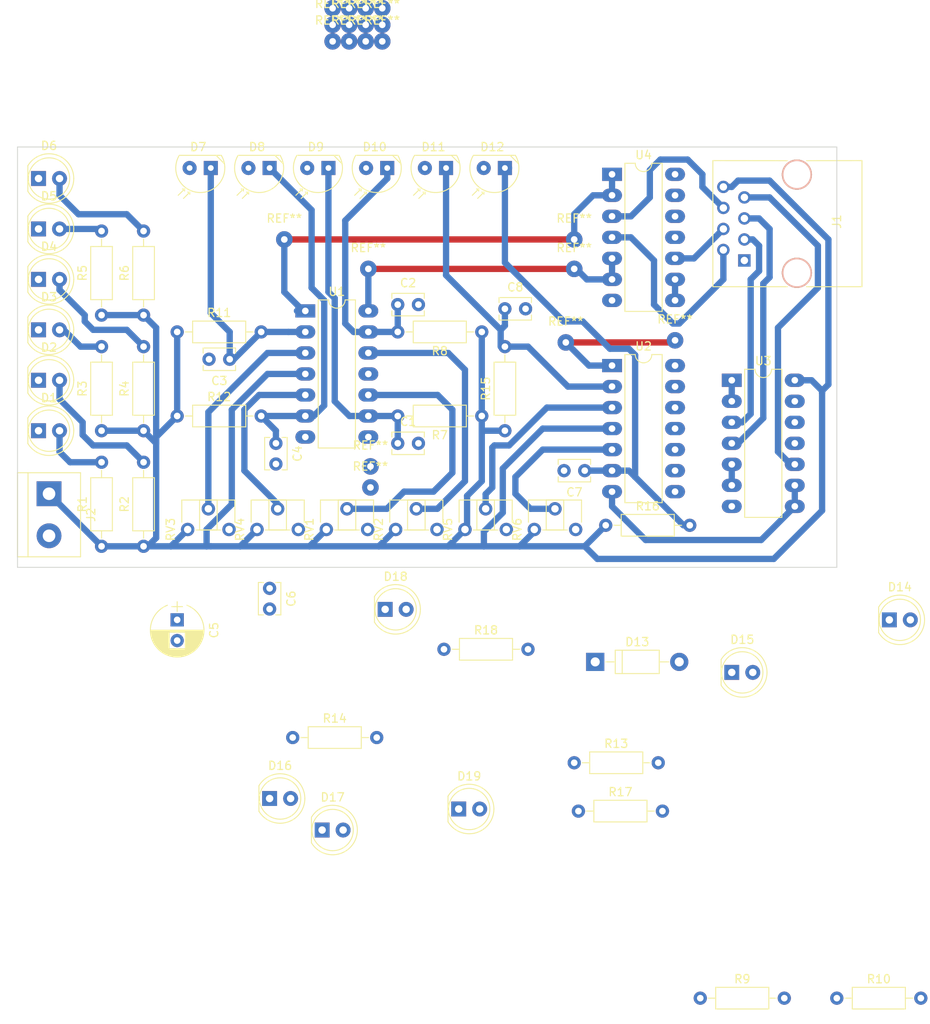
<source format=kicad_pcb>
(kicad_pcb (version 4) (host pcbnew 4.0.6)
  (layers (0 F.Cu signal) (31 B.Cu signal) (34 B.Paste user hide) (35 F.Paste user hide) (36 B.SilkS user hide) (37 F.SilkS user hide) (38 B.Mask user hide) (39 F.Mask user hide) (44 Edge.Cuts user))
  (net 0 "")
  (net 1 "Net-(C1-Pad1)")
  (net 2 GND)
  (net 3 "Net-(C2-Pad1)")
  (net 4 "Net-(C3-Pad1)")
  (net 5 "Net-(C4-Pad1)")
  (net 6 +5V)
  (net 7 "Net-(C7-Pad1)")
  (net 8 "Net-(C8-Pad1)")
  (net 9 "Net-(D1-Pad2)")
  (net 10 "Net-(D2-Pad2)")
  (net 11 "Net-(D3-Pad2)")
  (net 12 "Net-(D4-Pad2)")
  (net 13 "Net-(D5-Pad2)")
  (net 14 "Net-(D6-Pad2)")
  (net 15 OUT3)
  (net 16 OUT4)
  (net 17 OUT1)
  (net 18 OUT2)
  (net 19 OUT6)
  (net 20 OUT5)
  (net 21 "Net-(U1-Pad1)")
  (net 22 "Net-(U1-Pad8)")
  (net 23 "Net-(U1-Pad7)")
  (net 24 "Net-(U1-Pad14)")
  (net 25 "Net-(U2-Pad1)")
  (net 26 "Net-(U2-Pad7)")
  (net 27 "Net-(D14-Pad2)")
  (net 28 "Net-(D15-Pad2)")
  (net 29 "Net-(D16-Pad2)")
  (net 30 "Net-(D17-Pad2)")
  (net 31 "Net-(D18-Pad2)")
  (net 32 "Net-(D19-Pad2)")
  (net 33 "Net-(RV1-Pad2)")
  (net 34 "Net-(RV2-Pad2)")
  (net 35 "Net-(RV3-Pad2)")
  (net 36 "Net-(RV4-Pad2)")
  (net 37 "Net-(RV5-Pad2)")
  (net 38 "Net-(RV6-Pad2)")
  (net 39 "Net-(U2-Pad4)")
  (net 40 "Net-(U2-Pad11)")
  (module Wire_Pads:SolderWirePad_single_0-8mmDrill (layer F.Cu) (at 167.894 75.692)
    (fp_text reference REF** (at 0 -2.54) (layer F.SilkS))
    (fp_text value SolderWirePad_single_0-8mmDrill)
    (pad 1 thru_hole circle (at 0 0) (size 1.99898 1.99898) (drill 0.8001) (layers *.Cu *.Mask) (net 25 "Net-(U2-Pad1)"))
  )
  (module Wire_Pads:SolderWirePad_single_0-8mmDrill (layer F.Cu) (at 181.102 75.438)
    (fp_text reference REF** (at 0 -2.54) (layer F.SilkS))
    (fp_text value SolderWirePad_single_0-8mmDrill)
    (pad 1 thru_hole circle (at 0 0) (size 1.99898 1.99898) (drill 0.8001) (layers *.Cu *.Mask) (net 25 "Net-(U2-Pad1)"))
  )
  (module Wire_Pads:SolderWirePad_single_0-8mmDrill (layer F.Cu) (at 144.272 90.678)
    (fp_text reference REF** (at 0 -2.54) (layer F.SilkS))
    (fp_text value SolderWirePad_single_0-8mmDrill)
    (pad 1 thru_hole circle (at 0 0) (size 1.99898 1.99898) (drill 0.8001) (layers *.Cu *.Mask))
  )
  (module Wire_Pads:SolderWirePad_single_0-8mmDrill (layer F.Cu) (at 144.272 93.218)
    (fp_text reference REF** (at 0 -2.54) (layer F.SilkS))
    (fp_text value SolderWirePad_single_0-8mmDrill)
    (pad 1 thru_hole circle (at 0 0) (size 1.99898 1.99898) (drill 0.8001) (layers *.Cu *.Mask))
  )
  (module Wire_Pads:SolderWirePad_single_0-8mmDrill (layer F.Cu) (at 145.7 39.306)
    (fp_text reference REF** (at 0 -2.54) (layer F.SilkS))
    (fp_text value SolderWirePad_single_0-8mmDrill)
    (pad 1 thru_hole circle (at 0 0) (size 1.99898 1.99898) (drill 0.8001) (layers *.Cu *.Mask))
  )
  (module Wire_Pads:SolderWirePad_single_0-8mmDrill (layer F.Cu) (at 143.7 39.306)
    (fp_text reference REF** (at 0 -2.54) (layer F.SilkS))
    (fp_text value SolderWirePad_single_0-8mmDrill)
    (pad 1 thru_hole circle (at 0 0) (size 1.99898 1.99898) (drill 0.8001) (layers *.Cu *.Mask))
  )
  (module Wire_Pads:SolderWirePad_single_0-8mmDrill (layer F.Cu) (at 141.7 39.306)
    (fp_text reference REF** (at 0 -2.54) (layer F.SilkS))
    (fp_text value SolderWirePad_single_0-8mmDrill)
    (pad 1 thru_hole circle (at 0 0) (size 1.99898 1.99898) (drill 0.8001) (layers *.Cu *.Mask))
  )
  (module Wire_Pads:SolderWirePad_single_0-8mmDrill (layer F.Cu) (at 139.7 39.306)
    (fp_text reference REF** (at 0 -2.54) (layer F.SilkS))
    (fp_text value SolderWirePad_single_0-8mmDrill)
    (pad 1 thru_hole circle (at 0 0) (size 1.99898 1.99898) (drill 0.8001) (layers *.Cu *.Mask))
  )
  (module Wire_Pads:SolderWirePad_single_0-8mmDrill (layer F.Cu) (at 145.7 37.306)
    (fp_text reference REF** (at 0 -2.54) (layer F.SilkS))
    (fp_text value SolderWirePad_single_0-8mmDrill)
    (pad 1 thru_hole circle (at 0 0) (size 1.99898 1.99898) (drill 0.8001) (layers *.Cu *.Mask))
  )
  (module Wire_Pads:SolderWirePad_single_0-8mmDrill (layer F.Cu) (at 143.7 37.306)
    (fp_text reference REF** (at 0 -2.54) (layer F.SilkS))
    (fp_text value SolderWirePad_single_0-8mmDrill)
    (pad 1 thru_hole circle (at 0 0) (size 1.99898 1.99898) (drill 0.8001) (layers *.Cu *.Mask))
  )
  (module Wire_Pads:SolderWirePad_single_0-8mmDrill (layer F.Cu) (at 141.7 37.306)
    (fp_text reference REF** (at 0 -2.54) (layer F.SilkS))
    (fp_text value SolderWirePad_single_0-8mmDrill)
    (pad 1 thru_hole circle (at 0 0) (size 1.99898 1.99898) (drill 0.8001) (layers *.Cu *.Mask))
  )
  (module Wire_Pads:SolderWirePad_single_0-8mmDrill (layer F.Cu) (at 139.7 37.306)
    (fp_text reference REF** (at 0 -2.54) (layer F.SilkS))
    (fp_text value SolderWirePad_single_0-8mmDrill)
    (pad 1 thru_hole circle (at 0 0) (size 1.99898 1.99898) (drill 0.8001) (layers *.Cu *.Mask))
  )
  (module Wire_Pads:SolderWirePad_single_0-8mmDrill (layer F.Cu) (at 145.7 35.306)
    (fp_text reference REF** (at 0 -2.54) (layer F.SilkS))
    (fp_text value SolderWirePad_single_0-8mmDrill)
    (pad 1 thru_hole circle (at 0 0) (size 1.99898 1.99898) (drill 0.8001) (layers *.Cu *.Mask))
  )
  (module Wire_Pads:SolderWirePad_single_0-8mmDrill (layer F.Cu) (at 143.7 35.306)
    (fp_text reference REF** (at 0 -2.54) (layer F.SilkS))
    (fp_text value SolderWirePad_single_0-8mmDrill)
    (pad 1 thru_hole circle (at 0 0) (size 1.99898 1.99898) (drill 0.8001) (layers *.Cu *.Mask))
  )
  (module Wire_Pads:SolderWirePad_single_0-8mmDrill (layer F.Cu) (at 141.7 35.306)
    (fp_text reference REF** (at 0 -2.54) (layer F.SilkS))
    (fp_text value SolderWirePad_single_0-8mmDrill)
    (pad 1 thru_hole circle (at 0 0) (size 1.99898 1.99898) (drill 0.8001) (layers *.Cu *.Mask))
  )
  (module Wire_Pads:SolderWirePad_single_0-8mmDrill (layer F.Cu) (at 144.018 66.802)
    (fp_text reference REF** (at 0 -2.54) (layer F.SilkS))
    (fp_text value SolderWirePad_single_0-8mmDrill)
    (pad 1 thru_hole circle (at 0 0) (size 1.99898 1.99898) (drill 0.8001) (layers *.Cu *.Mask) (net 24 "Net-(U1-Pad14)"))
  )
  (module Wire_Pads:SolderWirePad_single_0-8mmDrill (layer F.Cu) (at 139.7 35.306)
    (fp_text reference REF** (at 0 -2.54) (layer F.SilkS))
    (fp_text value SolderWirePad_single_0-8mmDrill)
    (pad 1 thru_hole circle (at 0 0) (size 1.99898 1.99898) (drill 0.8001) (layers *.Cu *.Mask))
  )
  (module Wire_Pads:SolderWirePad_single_0-8mmDrill (layer F.Cu) (at 168.91 63.246)
    (fp_text reference REF** (at 0 -2.54) (layer F.SilkS))
    (fp_text value SolderWirePad_single_0-8mmDrill)
    (pad 1 thru_hole circle (at 0 0) (size 1.99898 1.99898) (drill 0.8001) (layers *.Cu *.Mask) (net 21 "Net-(U1-Pad1)"))
  )
  (module Wire_Pads:SolderWirePad_single_0-8mmDrill (layer F.Cu) (at 168.91 66.802)
    (fp_text reference REF** (at 0 -2.54) (layer F.SilkS))
    (fp_text value SolderWirePad_single_0-8mmDrill)
    (pad 1 thru_hole circle (at 0 0) (size 1.99898 1.99898) (drill 0.8001) (layers *.Cu *.Mask) (net 24 "Net-(U1-Pad14)"))
  )
  (module Capacitors_THT:C_Disc_D3.8mm_W2.6mm_P2.50mm (layer F.Cu) (at 147.574 87.884)
    (fp_text reference C1 (at 1.25 -2.61) (layer F.SilkS))
    (fp_text value 100nF)
    (pad 1 thru_hole circle (at 0 0) (size 1.6 1.6) (drill 0.8) (layers *.Cu *.Mask) (net 1 "Net-(C1-Pad1)"))
    (pad 2 thru_hole circle (at 2.5 0) (size 1.6 1.6) (drill 0.8) (layers *.Cu *.Mask) (net 2 GND))
  )
  (module Capacitors_THT:C_Disc_D3.8mm_W2.6mm_P2.50mm (layer F.Cu) (at 147.574 71.12)
    (fp_text reference C2 (at 1.25 -2.61) (layer F.SilkS))
    (fp_text value 100nF)
    (pad 1 thru_hole circle (at 0 0) (size 1.6 1.6) (drill 0.8) (layers *.Cu *.Mask) (net 3 "Net-(C2-Pad1)"))
    (pad 2 thru_hole circle (at 2.5 0) (size 1.6 1.6) (drill 0.8) (layers *.Cu *.Mask) (net 2 GND))
  )
  (module Capacitors_THT:C_Disc_D3.8mm_W2.6mm_P2.50mm (layer F.Cu) (at 127.254 77.724 180)
    (fp_text reference C3 (at 1.25 -2.61 180) (layer F.SilkS))
    (fp_text value 100nF)
    (pad 1 thru_hole circle (at 0 0 180) (size 1.6 1.6) (drill 0.8) (layers *.Cu *.Mask) (net 4 "Net-(C3-Pad1)"))
    (pad 2 thru_hole circle (at 2.5 0 180) (size 1.6 1.6) (drill 0.8) (layers *.Cu *.Mask) (net 2 GND))
  )
  (module Capacitors_THT:C_Disc_D3.8mm_W2.6mm_P2.50mm (layer F.Cu) (at 132.842 87.884 270)
    (fp_text reference C4 (at 1.25 -2.61 270) (layer F.SilkS))
    (fp_text value 100nF)
    (pad 1 thru_hole circle (at 0 0 270) (size 1.6 1.6) (drill 0.8) (layers *.Cu *.Mask) (net 5 "Net-(C4-Pad1)"))
    (pad 2 thru_hole circle (at 2.5 0 270) (size 1.6 1.6) (drill 0.8) (layers *.Cu *.Mask) (net 2 GND))
  )
  (module Capacitors_THT:CP_Radial_D6.3mm_P2.50mm (layer F.Cu) (at 120.904 109.22 270)
    (fp_text reference C5 (at 1.25 -4.46 270) (layer F.SilkS))
    (fp_text value 100uF)
    (pad 1 thru_hole rect (at 0 0 270) (size 1.6 1.6) (drill 0.8) (layers *.Cu *.Mask) (net 6 +5V))
    (pad 2 thru_hole circle (at 2.5 0 270) (size 1.6 1.6) (drill 0.8) (layers *.Cu *.Mask) (net 2 GND))
  )
  (module Capacitors_THT:C_Disc_D3.8mm_W2.6mm_P2.50mm (layer F.Cu) (at 132.08 105.41 270)
    (fp_text reference C6 (at 1.25 -2.61 270) (layer F.SilkS))
    (fp_text value 100nF)
    (pad 1 thru_hole circle (at 0 0 270) (size 1.6 1.6) (drill 0.8) (layers *.Cu *.Mask) (net 6 +5V))
    (pad 2 thru_hole circle (at 2.5 0 270) (size 1.6 1.6) (drill 0.8) (layers *.Cu *.Mask) (net 2 GND))
  )
  (module Capacitors_THT:C_Disc_D3.8mm_W2.6mm_P2.50mm (layer F.Cu) (at 170.18 91.186 180)
    (fp_text reference C7 (at 1.25 -2.61 180) (layer F.SilkS))
    (fp_text value 100nF)
    (pad 1 thru_hole circle (at 0 0 180) (size 1.6 1.6) (drill 0.8) (layers *.Cu *.Mask) (net 7 "Net-(C7-Pad1)"))
    (pad 2 thru_hole circle (at 2.5 0 180) (size 1.6 1.6) (drill 0.8) (layers *.Cu *.Mask) (net 2 GND))
  )
  (module Capacitors_THT:C_Disc_D3.8mm_W2.6mm_P2.50mm (layer F.Cu) (at 160.528 71.628)
    (fp_text reference C8 (at 1.25 -2.61) (layer F.SilkS))
    (fp_text value 100nF)
    (pad 1 thru_hole circle (at 0 0) (size 1.6 1.6) (drill 0.8) (layers *.Cu *.Mask) (net 8 "Net-(C8-Pad1)"))
    (pad 2 thru_hole circle (at 2.5 0) (size 1.6 1.6) (drill 0.8) (layers *.Cu *.Mask) (net 2 GND))
  )
  (module LEDs:LED_D5.0mm (layer F.Cu) (at 104.14 86.36)
    (fp_text reference D1 (at 1.27 -3.96) (layer F.SilkS))
    (fp_text value LED)
    (pad 1 thru_hole rect (at 0 0) (size 1.8 1.8) (drill 0.9) (layers *.Cu *.Mask) (net 2 GND))
    (pad 2 thru_hole circle (at 2.54 0) (size 1.8 1.8) (drill 0.9) (layers *.Cu *.Mask) (net 9 "Net-(D1-Pad2)"))
  )
  (module LEDs:LED_D5.0mm (layer F.Cu) (at 104.14 80.264)
    (fp_text reference D2 (at 1.27 -3.96) (layer F.SilkS))
    (fp_text value LED)
    (pad 1 thru_hole rect (at 0 0) (size 1.8 1.8) (drill 0.9) (layers *.Cu *.Mask) (net 2 GND))
    (pad 2 thru_hole circle (at 2.54 0) (size 1.8 1.8) (drill 0.9) (layers *.Cu *.Mask) (net 10 "Net-(D2-Pad2)"))
  )
  (module LEDs:LED_D5.0mm (layer F.Cu) (at 104.14 74.168)
    (fp_text reference D3 (at 1.27 -3.96) (layer F.SilkS))
    (fp_text value LED)
    (pad 1 thru_hole rect (at 0 0) (size 1.8 1.8) (drill 0.9) (layers *.Cu *.Mask) (net 2 GND))
    (pad 2 thru_hole circle (at 2.54 0) (size 1.8 1.8) (drill 0.9) (layers *.Cu *.Mask) (net 11 "Net-(D3-Pad2)"))
  )
  (module LEDs:LED_D5.0mm (layer F.Cu) (at 104.14 68.072)
    (fp_text reference D4 (at 1.27 -3.96) (layer F.SilkS))
    (fp_text value LED)
    (pad 1 thru_hole rect (at 0 0) (size 1.8 1.8) (drill 0.9) (layers *.Cu *.Mask) (net 2 GND))
    (pad 2 thru_hole circle (at 2.54 0) (size 1.8 1.8) (drill 0.9) (layers *.Cu *.Mask) (net 12 "Net-(D4-Pad2)"))
  )
  (module LEDs:LED_D5.0mm (layer F.Cu) (at 104.14 61.976)
    (fp_text reference D5 (at 1.27 -3.96) (layer F.SilkS))
    (fp_text value LED)
    (pad 1 thru_hole rect (at 0 0) (size 1.8 1.8) (drill 0.9) (layers *.Cu *.Mask) (net 2 GND))
    (pad 2 thru_hole circle (at 2.54 0) (size 1.8 1.8) (drill 0.9) (layers *.Cu *.Mask) (net 13 "Net-(D5-Pad2)"))
  )
  (module LEDs:LED_D5.0mm (layer F.Cu) (at 104.14 55.88)
    (fp_text reference D6 (at 1.27 -3.96) (layer F.SilkS))
    (fp_text value LED)
    (pad 1 thru_hole rect (at 0 0) (size 1.8 1.8) (drill 0.9) (layers *.Cu *.Mask) (net 2 GND))
    (pad 2 thru_hole circle (at 2.54 0) (size 1.8 1.8) (drill 0.9) (layers *.Cu *.Mask) (net 14 "Net-(D6-Pad2)"))
  )
  (module Opto-Devices:PhotoDiode_SFH205 (layer F.Cu) (at 124.968 54.61 180)
    (fp_text reference D7 (at 1.52 2.54 180) (layer F.SilkS))
    (fp_text value D_Photo)
    (pad 2 thru_hole circle (at 2.56 0) (size 1.7 1.7) (drill 0.7) (layers *.Cu *.Mask) (net 2 GND))
    (pad 1 thru_hole rect (at 0 0) (size 1.7 1.7) (drill 0.7) (layers *.Cu *.Mask) (net 4 "Net-(C3-Pad1)"))
  )
  (module Opto-Devices:PhotoDiode_SFH205 (layer F.Cu) (at 132.08 54.61 180)
    (fp_text reference D8 (at 1.52 2.54 180) (layer F.SilkS))
    (fp_text value D_Photo)
    (pad 2 thru_hole circle (at 2.56 0) (size 1.7 1.7) (drill 0.7) (layers *.Cu *.Mask) (net 2 GND))
    (pad 1 thru_hole rect (at 0 0) (size 1.7 1.7) (drill 0.7) (layers *.Cu *.Mask) (net 5 "Net-(C4-Pad1)"))
  )
  (module Opto-Devices:PhotoDiode_SFH205 (layer F.Cu) (at 139.192 54.61 180)
    (fp_text reference D9 (at 1.52 2.54 180) (layer F.SilkS))
    (fp_text value D_Photo)
    (pad 2 thru_hole circle (at 2.56 0) (size 1.7 1.7) (drill 0.7) (layers *.Cu *.Mask) (net 2 GND))
    (pad 1 thru_hole rect (at 0 0) (size 1.7 1.7) (drill 0.7) (layers *.Cu *.Mask) (net 1 "Net-(C1-Pad1)"))
  )
  (module Opto-Devices:PhotoDiode_SFH205 (layer F.Cu) (at 146.304 54.61 180)
    (fp_text reference D10 (at 1.52 2.54 180) (layer F.SilkS))
    (fp_text value D_Photo)
    (pad 2 thru_hole circle (at 2.56 0) (size 1.7 1.7) (drill 0.7) (layers *.Cu *.Mask) (net 2 GND))
    (pad 1 thru_hole rect (at 0 0) (size 1.7 1.7) (drill 0.7) (layers *.Cu *.Mask) (net 3 "Net-(C2-Pad1)"))
  )
  (module Opto-Devices:PhotoDiode_SFH205 (layer F.Cu) (at 153.416 54.61 180)
    (fp_text reference D11 (at 1.52 2.54 180) (layer F.SilkS))
    (fp_text value D_Photo)
    (pad 2 thru_hole circle (at 2.56 0) (size 1.7 1.7) (drill 0.7) (layers *.Cu *.Mask) (net 2 GND))
    (pad 1 thru_hole rect (at 0 0) (size 1.7 1.7) (drill 0.7) (layers *.Cu *.Mask) (net 8 "Net-(C8-Pad1)"))
  )
  (module Opto-Devices:PhotoDiode_SFH205 (layer F.Cu) (at 160.528 54.61 180)
    (fp_text reference D12 (at 1.52 2.54 180) (layer F.SilkS))
    (fp_text value D_Photo)
    (pad 2 thru_hole circle (at 2.56 0) (size 1.7 1.7) (drill 0.7) (layers *.Cu *.Mask) (net 2 GND))
    (pad 1 thru_hole rect (at 0 0) (size 1.7 1.7) (drill 0.7) (layers *.Cu *.Mask) (net 7 "Net-(C7-Pad1)"))
  )
  (module Diodes_THT:D_DO-41_SOD81_P10.16mm_Horizontal (layer F.Cu) (at 171.45 114.3)
    (fp_text reference D13 (at 5.08 -2.41) (layer F.SilkS))
    (fp_text value 1N4007)
    (pad 1 thru_hole rect (at 0 0) (size 2.2 2.2) (drill 1.1) (layers *.Cu *.Mask) (net 6 +5V))
    (pad 2 thru_hole oval (at 10.16 0) (size 2.2 2.2) (drill 1.1) (layers *.Cu *.Mask) (net 2 GND))
  )
  (module LEDs:LED_D5.0mm (layer F.Cu) (at 207.01 109.22)
    (fp_text reference D14 (at 1.27 -3.96) (layer F.SilkS))
    (fp_text value LED)
    (pad 1 thru_hole rect (at 0 0) (size 1.8 1.8) (drill 0.9) (layers *.Cu *.Mask) (net 2 GND))
    (pad 2 thru_hole circle (at 2.54 0) (size 1.8 1.8) (drill 0.9) (layers *.Cu *.Mask) (net 27 "Net-(D14-Pad2)"))
  )
  (module LEDs:LED_D5.0mm (layer F.Cu) (at 187.96 115.57)
    (fp_text reference D15 (at 1.27 -3.96) (layer F.SilkS))
    (fp_text value LED)
    (pad 1 thru_hole rect (at 0 0) (size 1.8 1.8) (drill 0.9) (layers *.Cu *.Mask) (net 2 GND))
    (pad 2 thru_hole circle (at 2.54 0) (size 1.8 1.8) (drill 0.9) (layers *.Cu *.Mask) (net 28 "Net-(D15-Pad2)"))
  )
  (module LEDs:LED_D5.0mm (layer F.Cu) (at 132.08 130.81)
    (fp_text reference D16 (at 1.27 -3.96) (layer F.SilkS))
    (fp_text value LED)
    (pad 1 thru_hole rect (at 0 0) (size 1.8 1.8) (drill 0.9) (layers *.Cu *.Mask) (net 2 GND))
    (pad 2 thru_hole circle (at 2.54 0) (size 1.8 1.8) (drill 0.9) (layers *.Cu *.Mask) (net 29 "Net-(D16-Pad2)"))
  )
  (module LEDs:LED_D5.0mm (layer F.Cu) (at 138.43 134.62)
    (fp_text reference D17 (at 1.27 -3.96) (layer F.SilkS))
    (fp_text value LED)
    (pad 1 thru_hole rect (at 0 0) (size 1.8 1.8) (drill 0.9) (layers *.Cu *.Mask) (net 2 GND))
    (pad 2 thru_hole circle (at 2.54 0) (size 1.8 1.8) (drill 0.9) (layers *.Cu *.Mask) (net 30 "Net-(D17-Pad2)"))
  )
  (module LEDs:LED_D5.0mm (layer F.Cu) (at 146.05 107.95)
    (fp_text reference D18 (at 1.27 -3.96) (layer F.SilkS))
    (fp_text value LED)
    (pad 1 thru_hole rect (at 0 0) (size 1.8 1.8) (drill 0.9) (layers *.Cu *.Mask) (net 2 GND))
    (pad 2 thru_hole circle (at 2.54 0) (size 1.8 1.8) (drill 0.9) (layers *.Cu *.Mask) (net 31 "Net-(D18-Pad2)"))
  )
  (module LEDs:LED_D5.0mm (layer F.Cu) (at 154.94 132.08)
    (fp_text reference D19 (at 1.27 -3.96) (layer F.SilkS))
    (fp_text value LED)
    (pad 1 thru_hole rect (at 0 0) (size 1.8 1.8) (drill 0.9) (layers *.Cu *.Mask) (net 2 GND))
    (pad 2 thru_hole circle (at 2.54 0) (size 1.8 1.8) (drill 0.9) (layers *.Cu *.Mask) (net 32 "Net-(D19-Pad2)"))
  )
  (module Connectors:RJ45_8 (layer F.Cu) (at 189.484 65.786 90)
    (fp_text reference J1 (at 4.7 11.18 90) (layer F.SilkS))
    (fp_text value RJ45)
    (pad Hole np_thru_hole circle (at 10.38 6.35 90) (size 3.65 3.65) (drill 3.25) (layers *.Cu *.SilkS *.Mask))
    (pad Hole np_thru_hole circle (at -1.49 6.35 90) (size 3.65 3.65) (drill 3.25) (layers *.Cu *.SilkS *.Mask))
    (pad 1 thru_hole rect (at 0 0 90) (size 1.5 1.5) (drill 0.9) (layers *.Cu *.Mask) (net 2 GND))
    (pad 2 thru_hole circle (at 1.27 -2.54 90) (size 1.5 1.5) (drill 0.9) (layers *.Cu *.Mask) (net 17 OUT1))
    (pad 3 thru_hole circle (at 2.54 0 90) (size 1.5 1.5) (drill 0.9) (layers *.Cu *.Mask) (net 18 OUT2))
    (pad 4 thru_hole circle (at 3.81 -2.54 90) (size 1.5 1.5) (drill 0.9) (layers *.Cu *.Mask) (net 15 OUT3))
    (pad 5 thru_hole circle (at 5.08 0 90) (size 1.5 1.5) (drill 0.9) (layers *.Cu *.Mask) (net 16 OUT4))
    (pad 6 thru_hole circle (at 6.35 -2.54 90) (size 1.5 1.5) (drill 0.9) (layers *.Cu *.Mask) (net 20 OUT5))
    (pad 7 thru_hole circle (at 7.62 0 90) (size 1.5 1.5) (drill 0.9) (layers *.Cu *.Mask) (net 19 OUT6))
    (pad 8 thru_hole circle (at 8.89 -2.54 90) (size 1.5 1.5) (drill 0.9) (layers *.Cu *.Mask) (net 6 +5V))
  )
  (module Resistors_THT:R_Axial_DIN0207_L6.3mm_D2.5mm_P10.16mm_Horizontal (layer F.Cu) (at 111.76 100.33 90)
    (fp_text reference R1 (at 5.08 -2.31 90) (layer F.SilkS))
    (fp_text value 470R)
    (pad 1 thru_hole circle (at 0 0 90) (size 1.6 1.6) (drill 0.8) (layers *.Cu *.Mask) (net 6 +5V))
    (pad 2 thru_hole oval (at 10.16 0 90) (size 1.6 1.6) (drill 0.8) (layers *.Cu *.Mask) (net 9 "Net-(D1-Pad2)"))
  )
  (module Resistors_THT:R_Axial_DIN0207_L6.3mm_D2.5mm_P10.16mm_Horizontal (layer F.Cu) (at 116.84 100.33 90)
    (fp_text reference R2 (at 5.08 -2.31 90) (layer F.SilkS))
    (fp_text value 470R)
    (pad 1 thru_hole circle (at 0 0 90) (size 1.6 1.6) (drill 0.8) (layers *.Cu *.Mask) (net 6 +5V))
    (pad 2 thru_hole oval (at 10.16 0 90) (size 1.6 1.6) (drill 0.8) (layers *.Cu *.Mask) (net 10 "Net-(D2-Pad2)"))
  )
  (module Resistors_THT:R_Axial_DIN0207_L6.3mm_D2.5mm_P10.16mm_Horizontal (layer F.Cu) (at 111.76 86.36 90)
    (fp_text reference R3 (at 5.08 -2.31 90) (layer F.SilkS))
    (fp_text value 470R)
    (pad 1 thru_hole circle (at 0 0 90) (size 1.6 1.6) (drill 0.8) (layers *.Cu *.Mask) (net 6 +5V))
    (pad 2 thru_hole oval (at 10.16 0 90) (size 1.6 1.6) (drill 0.8) (layers *.Cu *.Mask) (net 11 "Net-(D3-Pad2)"))
  )
  (module Resistors_THT:R_Axial_DIN0207_L6.3mm_D2.5mm_P10.16mm_Horizontal (layer F.Cu) (at 116.84 86.36 90)
    (fp_text reference R4 (at 5.08 -2.31 90) (layer F.SilkS))
    (fp_text value 470R)
    (pad 1 thru_hole circle (at 0 0 90) (size 1.6 1.6) (drill 0.8) (layers *.Cu *.Mask) (net 6 +5V))
    (pad 2 thru_hole oval (at 10.16 0 90) (size 1.6 1.6) (drill 0.8) (layers *.Cu *.Mask) (net 12 "Net-(D4-Pad2)"))
  )
  (module Resistors_THT:R_Axial_DIN0207_L6.3mm_D2.5mm_P10.16mm_Horizontal (layer F.Cu) (at 111.76 72.39 90)
    (fp_text reference R5 (at 5.08 -2.31 90) (layer F.SilkS))
    (fp_text value 470R)
    (pad 1 thru_hole circle (at 0 0 90) (size 1.6 1.6) (drill 0.8) (layers *.Cu *.Mask) (net 6 +5V))
    (pad 2 thru_hole oval (at 10.16 0 90) (size 1.6 1.6) (drill 0.8) (layers *.Cu *.Mask) (net 13 "Net-(D5-Pad2)"))
  )
  (module Resistors_THT:R_Axial_DIN0207_L6.3mm_D2.5mm_P10.16mm_Horizontal (layer F.Cu) (at 116.84 72.39 90)
    (fp_text reference R6 (at 5.08 -2.31 90) (layer F.SilkS))
    (fp_text value 470R)
    (pad 1 thru_hole circle (at 0 0 90) (size 1.6 1.6) (drill 0.8) (layers *.Cu *.Mask) (net 6 +5V))
    (pad 2 thru_hole oval (at 10.16 0 90) (size 1.6 1.6) (drill 0.8) (layers *.Cu *.Mask) (net 14 "Net-(D6-Pad2)"))
  )
  (module Resistors_THT:R_Axial_DIN0207_L6.3mm_D2.5mm_P10.16mm_Horizontal (layer F.Cu) (at 184.15 154.94)
    (fp_text reference R9 (at 5.08 -2.31) (layer F.SilkS))
    (fp_text value R)
    (pad 1 thru_hole circle (at 0 0) (size 1.6 1.6) (drill 0.8) (layers *.Cu *.Mask) (net 18 OUT2))
    (pad 2 thru_hole oval (at 10.16 0) (size 1.6 1.6) (drill 0.8) (layers *.Cu *.Mask) (net 27 "Net-(D14-Pad2)"))
  )
  (module Resistors_THT:R_Axial_DIN0207_L6.3mm_D2.5mm_P10.16mm_Horizontal (layer F.Cu) (at 200.66 154.94)
    (fp_text reference R10 (at 5.08 -2.31) (layer F.SilkS))
    (fp_text value R)
    (pad 1 thru_hole circle (at 0 0) (size 1.6 1.6) (drill 0.8) (layers *.Cu *.Mask) (net 17 OUT1))
    (pad 2 thru_hole oval (at 10.16 0) (size 1.6 1.6) (drill 0.8) (layers *.Cu *.Mask) (net 28 "Net-(D15-Pad2)"))
  )
  (module Potentiometers:Potentiometer_Trimmer_ACP_CA6h_Vertical (layer F.Cu) (at 138.938 98.298 90)
    (fp_text reference RV1 (at 0 -2.06 90) (layer F.SilkS))
    (fp_text value POT_TRIM)
    (pad 3 thru_hole circle (at 0 5 90) (size 1.62 1.62) (drill 0.9) (layers *.Cu *.Mask) (net 2 GND))
    (pad 2 thru_hole circle (at 2.5 2.5 90) (size 1.62 1.62) (drill 0.9) (layers *.Cu *.Mask) (net 33 "Net-(RV1-Pad2)"))
    (pad 1 thru_hole circle (at 0 0 90) (size 1.62 1.62) (drill 0.9) (layers *.Cu *.Mask) (net 6 +5V))
  )
  (module Potentiometers:Potentiometer_Trimmer_ACP_CA6h_Vertical (layer F.Cu) (at 147.32 98.298 90)
    (fp_text reference RV2 (at 0 -2.06 90) (layer F.SilkS))
    (fp_text value POT_TRIM)
    (pad 3 thru_hole circle (at 0 5 90) (size 1.62 1.62) (drill 0.9) (layers *.Cu *.Mask) (net 2 GND))
    (pad 2 thru_hole circle (at 2.5 2.5 90) (size 1.62 1.62) (drill 0.9) (layers *.Cu *.Mask) (net 34 "Net-(RV2-Pad2)"))
    (pad 1 thru_hole circle (at 0 0 90) (size 1.62 1.62) (drill 0.9) (layers *.Cu *.Mask) (net 6 +5V))
  )
  (module Potentiometers:Potentiometer_Trimmer_ACP_CA6h_Vertical (layer F.Cu) (at 122.174 98.298 90)
    (fp_text reference RV3 (at 0 -2.06 90) (layer F.SilkS))
    (fp_text value POT_TRIM)
    (pad 3 thru_hole circle (at 0 5 90) (size 1.62 1.62) (drill 0.9) (layers *.Cu *.Mask) (net 2 GND))
    (pad 2 thru_hole circle (at 2.5 2.5 90) (size 1.62 1.62) (drill 0.9) (layers *.Cu *.Mask) (net 35 "Net-(RV3-Pad2)"))
    (pad 1 thru_hole circle (at 0 0 90) (size 1.62 1.62) (drill 0.9) (layers *.Cu *.Mask) (net 6 +5V))
  )
  (module Potentiometers:Potentiometer_Trimmer_ACP_CA6h_Vertical (layer F.Cu) (at 130.556 98.298 90)
    (fp_text reference RV4 (at 0 -2.06 90) (layer F.SilkS))
    (fp_text value POT_TRIM)
    (pad 3 thru_hole circle (at 0 5 90) (size 1.62 1.62) (drill 0.9) (layers *.Cu *.Mask) (net 2 GND))
    (pad 2 thru_hole circle (at 2.5 2.5 90) (size 1.62 1.62) (drill 0.9) (layers *.Cu *.Mask) (net 36 "Net-(RV4-Pad2)"))
    (pad 1 thru_hole circle (at 0 0 90) (size 1.62 1.62) (drill 0.9) (layers *.Cu *.Mask) (net 6 +5V))
  )
  (module Potentiometers:Potentiometer_Trimmer_ACP_CA6h_Vertical (layer F.Cu) (at 155.702 98.298 90)
    (fp_text reference RV5 (at 0 -2.06 90) (layer F.SilkS))
    (fp_text value POT_TRIM)
    (pad 3 thru_hole circle (at 0 5 90) (size 1.62 1.62) (drill 0.9) (layers *.Cu *.Mask) (net 2 GND))
    (pad 2 thru_hole circle (at 2.5 2.5 90) (size 1.62 1.62) (drill 0.9) (layers *.Cu *.Mask) (net 37 "Net-(RV5-Pad2)"))
    (pad 1 thru_hole circle (at 0 0 90) (size 1.62 1.62) (drill 0.9) (layers *.Cu *.Mask) (net 6 +5V))
  )
  (module Potentiometers:Potentiometer_Trimmer_ACP_CA6h_Vertical (layer F.Cu) (at 164.084 98.298 90)
    (fp_text reference RV6 (at 0 -2.06 90) (layer F.SilkS))
    (fp_text value POT_TRIM)
    (pad 3 thru_hole circle (at 0 5 90) (size 1.62 1.62) (drill 0.9) (layers *.Cu *.Mask) (net 2 GND))
    (pad 2 thru_hole circle (at 2.5 2.5 90) (size 1.62 1.62) (drill 0.9) (layers *.Cu *.Mask) (net 38 "Net-(RV6-Pad2)"))
    (pad 1 thru_hole circle (at 0 0 90) (size 1.62 1.62) (drill 0.9) (layers *.Cu *.Mask) (net 6 +5V))
  )
  (module Housings_DIP:DIP-14_W7.62mm_LongPads (layer F.Cu) (at 136.398 71.882)
    (fp_text reference U1 (at 3.81 -2.33) (layer F.SilkS))
    (fp_text value LM324)
    (pad 1 thru_hole rect (at 0 0) (size 2.4 1.6) (drill 0.8) (layers *.Cu *.Mask) (net 21 "Net-(U1-Pad1)"))
    (pad 8 thru_hole oval (at 7.62 15.24) (size 2.4 1.6) (drill 0.8) (layers *.Cu *.Mask) (net 22 "Net-(U1-Pad8)"))
    (pad 2 thru_hole oval (at 0 2.54) (size 2.4 1.6) (drill 0.8) (layers *.Cu *.Mask) (net 4 "Net-(C3-Pad1)"))
    (pad 9 thru_hole oval (at 7.62 12.7) (size 2.4 1.6) (drill 0.8) (layers *.Cu *.Mask) (net 1 "Net-(C1-Pad1)"))
    (pad 3 thru_hole oval (at 0 5.08) (size 2.4 1.6) (drill 0.8) (layers *.Cu *.Mask) (net 35 "Net-(RV3-Pad2)"))
    (pad 10 thru_hole oval (at 7.62 10.16) (size 2.4 1.6) (drill 0.8) (layers *.Cu *.Mask) (net 33 "Net-(RV1-Pad2)"))
    (pad 4 thru_hole oval (at 0 7.62) (size 2.4 1.6) (drill 0.8) (layers *.Cu *.Mask) (net 6 +5V))
    (pad 11 thru_hole oval (at 7.62 7.62) (size 2.4 1.6) (drill 0.8) (layers *.Cu *.Mask) (net 2 GND))
    (pad 5 thru_hole oval (at 0 10.16) (size 2.4 1.6) (drill 0.8) (layers *.Cu *.Mask) (net 36 "Net-(RV4-Pad2)"))
    (pad 12 thru_hole oval (at 7.62 5.08) (size 2.4 1.6) (drill 0.8) (layers *.Cu *.Mask) (net 34 "Net-(RV2-Pad2)"))
    (pad 6 thru_hole oval (at 0 12.7) (size 2.4 1.6) (drill 0.8) (layers *.Cu *.Mask) (net 5 "Net-(C4-Pad1)"))
    (pad 13 thru_hole oval (at 7.62 2.54) (size 2.4 1.6) (drill 0.8) (layers *.Cu *.Mask) (net 3 "Net-(C2-Pad1)"))
    (pad 7 thru_hole oval (at 0 15.24) (size 2.4 1.6) (drill 0.8) (layers *.Cu *.Mask) (net 23 "Net-(U1-Pad7)"))
    (pad 14 thru_hole oval (at 7.62 0) (size 2.4 1.6) (drill 0.8) (layers *.Cu *.Mask) (net 24 "Net-(U1-Pad14)"))
  )
  (module Housings_DIP:DIP-14_W7.62mm_LongPads (layer F.Cu) (at 173.482 78.486)
    (fp_text reference U2 (at 3.81 -2.33) (layer F.SilkS))
    (fp_text value LM324)
    (pad 1 thru_hole rect (at 0 0) (size 2.4 1.6) (drill 0.8) (layers *.Cu *.Mask) (net 25 "Net-(U2-Pad1)"))
    (pad 8 thru_hole oval (at 7.62 15.24) (size 2.4 1.6) (drill 0.8) (layers *.Cu *.Mask))
    (pad 2 thru_hole oval (at 0 2.54) (size 2.4 1.6) (drill 0.8) (layers *.Cu *.Mask) (net 8 "Net-(C8-Pad1)"))
    (pad 9 thru_hole oval (at 7.62 12.7) (size 2.4 1.6) (drill 0.8) (layers *.Cu *.Mask))
    (pad 3 thru_hole oval (at 0 5.08) (size 2.4 1.6) (drill 0.8) (layers *.Cu *.Mask) (net 37 "Net-(RV5-Pad2)"))
    (pad 10 thru_hole oval (at 7.62 10.16) (size 2.4 1.6) (drill 0.8) (layers *.Cu *.Mask))
    (pad 4 thru_hole oval (at 0 7.62) (size 2.4 1.6) (drill 0.8) (layers *.Cu *.Mask) (net 39 "Net-(U2-Pad4)"))
    (pad 11 thru_hole oval (at 7.62 7.62) (size 2.4 1.6) (drill 0.8) (layers *.Cu *.Mask) (net 40 "Net-(U2-Pad11)"))
    (pad 5 thru_hole oval (at 0 10.16) (size 2.4 1.6) (drill 0.8) (layers *.Cu *.Mask) (net 38 "Net-(RV6-Pad2)"))
    (pad 12 thru_hole oval (at 7.62 5.08) (size 2.4 1.6) (drill 0.8) (layers *.Cu *.Mask))
    (pad 6 thru_hole oval (at 0 12.7) (size 2.4 1.6) (drill 0.8) (layers *.Cu *.Mask) (net 7 "Net-(C7-Pad1)"))
    (pad 13 thru_hole oval (at 7.62 2.54) (size 2.4 1.6) (drill 0.8) (layers *.Cu *.Mask))
    (pad 7 thru_hole oval (at 0 15.24) (size 2.4 1.6) (drill 0.8) (layers *.Cu *.Mask) (net 26 "Net-(U2-Pad7)"))
    (pad 14 thru_hole oval (at 7.62 0) (size 2.4 1.6) (drill 0.8) (layers *.Cu *.Mask))
  )
  (module Housings_DIP:DIP-14_W7.62mm_LongPads (layer F.Cu) (at 187.96 80.264)
    (fp_text reference U3 (at 3.81 -2.33) (layer F.SilkS))
    (fp_text value 4093)
    (pad 1 thru_hole rect (at 0 0) (size 2.4 1.6) (drill 0.8) (layers *.Cu *.Mask) (net 22 "Net-(U1-Pad8)"))
    (pad 8 thru_hole oval (at 7.62 15.24) (size 2.4 1.6) (drill 0.8) (layers *.Cu *.Mask) (net 26 "Net-(U2-Pad7)"))
    (pad 2 thru_hole oval (at 0 2.54) (size 2.4 1.6) (drill 0.8) (layers *.Cu *.Mask) (net 22 "Net-(U1-Pad8)"))
    (pad 9 thru_hole oval (at 7.62 12.7) (size 2.4 1.6) (drill 0.8) (layers *.Cu *.Mask) (net 26 "Net-(U2-Pad7)"))
    (pad 3 thru_hole oval (at 0 5.08) (size 2.4 1.6) (drill 0.8) (layers *.Cu *.Mask) (net 18 OUT2))
    (pad 10 thru_hole oval (at 7.62 10.16) (size 2.4 1.6) (drill 0.8) (layers *.Cu *.Mask) (net 19 OUT6))
    (pad 4 thru_hole oval (at 0 7.62) (size 2.4 1.6) (drill 0.8) (layers *.Cu *.Mask) (net 16 OUT4))
    (pad 11 thru_hole oval (at 7.62 7.62) (size 2.4 1.6) (drill 0.8) (layers *.Cu *.Mask))
    (pad 5 thru_hole oval (at 0 10.16) (size 2.4 1.6) (drill 0.8) (layers *.Cu *.Mask) (net 23 "Net-(U1-Pad7)"))
    (pad 12 thru_hole oval (at 7.62 5.08) (size 2.4 1.6) (drill 0.8) (layers *.Cu *.Mask))
    (pad 6 thru_hole oval (at 0 12.7) (size 2.4 1.6) (drill 0.8) (layers *.Cu *.Mask) (net 23 "Net-(U1-Pad7)"))
    (pad 13 thru_hole oval (at 7.62 2.54) (size 2.4 1.6) (drill 0.8) (layers *.Cu *.Mask))
    (pad 7 thru_hole oval (at 0 15.24) (size 2.4 1.6) (drill 0.8) (layers *.Cu *.Mask) (net 2 GND))
    (pad 14 thru_hole oval (at 7.62 0) (size 2.4 1.6) (drill 0.8) (layers *.Cu *.Mask) (net 6 +5V))
  )
  (module Housings_DIP:DIP-14_W7.62mm_LongPads (layer F.Cu) (at 173.482 55.372)
    (fp_text reference U4 (at 3.81 -2.33) (layer F.SilkS))
    (fp_text value 4093)
    (pad 1 thru_hole rect (at 0 0) (size 2.4 1.6) (drill 0.8) (layers *.Cu *.Mask) (net 21 "Net-(U1-Pad1)"))
    (pad 8 thru_hole oval (at 7.62 15.24) (size 2.4 1.6) (drill 0.8) (layers *.Cu *.Mask) (net 25 "Net-(U2-Pad1)"))
    (pad 2 thru_hole oval (at 0 2.54) (size 2.4 1.6) (drill 0.8) (layers *.Cu *.Mask) (net 21 "Net-(U1-Pad1)"))
    (pad 9 thru_hole oval (at 7.62 12.7) (size 2.4 1.6) (drill 0.8) (layers *.Cu *.Mask) (net 25 "Net-(U2-Pad1)"))
    (pad 3 thru_hole oval (at 0 5.08) (size 2.4 1.6) (drill 0.8) (layers *.Cu *.Mask) (net 20 OUT5))
    (pad 10 thru_hole oval (at 7.62 10.16) (size 2.4 1.6) (drill 0.8) (layers *.Cu *.Mask) (net 15 OUT3))
    (pad 4 thru_hole oval (at 0 7.62) (size 2.4 1.6) (drill 0.8) (layers *.Cu *.Mask) (net 17 OUT1))
    (pad 11 thru_hole oval (at 7.62 7.62) (size 2.4 1.6) (drill 0.8) (layers *.Cu *.Mask))
    (pad 5 thru_hole oval (at 0 10.16) (size 2.4 1.6) (drill 0.8) (layers *.Cu *.Mask) (net 24 "Net-(U1-Pad14)"))
    (pad 12 thru_hole oval (at 7.62 5.08) (size 2.4 1.6) (drill 0.8) (layers *.Cu *.Mask))
    (pad 6 thru_hole oval (at 0 12.7) (size 2.4 1.6) (drill 0.8) (layers *.Cu *.Mask) (net 24 "Net-(U1-Pad14)"))
    (pad 13 thru_hole oval (at 7.62 2.54) (size 2.4 1.6) (drill 0.8) (layers *.Cu *.Mask))
    (pad 7 thru_hole oval (at 0 15.24) (size 2.4 1.6) (drill 0.8) (layers *.Cu *.Mask) (net 2 GND))
    (pad 14 thru_hole oval (at 7.62 0) (size 2.4 1.6) (drill 0.8) (layers *.Cu *.Mask) (net 6 +5V))
  )
  (module Connectors_Terminal_Blocks:TerminalBlock_bornier-2_P5.08mm (layer F.Cu) (at 105.41 93.98 270)
    (fp_text reference J2 (at 2.54 -5.08 270) (layer F.SilkS))
    (fp_text value CONN_01X02)
    (pad 1 thru_hole rect (at 0 0 270) (size 3 3) (drill 1.52) (layers *.Cu *.Mask) (net 6 +5V))
    (pad 2 thru_hole circle (at 5.08 0 270) (size 3 3) (drill 1.52) (layers *.Cu *.Mask) (net 2 GND))
  )
  (module Resistors_THT:R_Axial_DIN0207_L6.3mm_D2.5mm_P10.16mm_Horizontal (layer F.Cu) (at 157.734 84.582 180)
    (fp_text reference R7 (at 5.08 -2.31 180) (layer F.SilkS))
    (fp_text value R)
    (pad 1 thru_hole circle (at 0 0 180) (size 1.6 1.6) (drill 0.8) (layers *.Cu *.Mask) (net 6 +5V))
    (pad 2 thru_hole oval (at 10.16 0 180) (size 1.6 1.6) (drill 0.8) (layers *.Cu *.Mask) (net 1 "Net-(C1-Pad1)"))
  )
  (module Resistors_THT:R_Axial_DIN0207_L6.3mm_D2.5mm_P10.16mm_Horizontal (layer F.Cu) (at 157.734 74.422 180)
    (fp_text reference R8 (at 5.08 -2.31 180) (layer F.SilkS))
    (fp_text value R)
    (pad 1 thru_hole circle (at 0 0 180) (size 1.6 1.6) (drill 0.8) (layers *.Cu *.Mask) (net 6 +5V))
    (pad 2 thru_hole oval (at 10.16 0 180) (size 1.6 1.6) (drill 0.8) (layers *.Cu *.Mask) (net 3 "Net-(C2-Pad1)"))
  )
  (module Resistors_THT:R_Axial_DIN0207_L6.3mm_D2.5mm_P10.16mm_Horizontal (layer F.Cu) (at 120.904 74.422)
    (fp_text reference R11 (at 5.08 -2.31) (layer F.SilkS))
    (fp_text value R)
    (pad 1 thru_hole circle (at 0 0) (size 1.6 1.6) (drill 0.8) (layers *.Cu *.Mask) (net 6 +5V))
    (pad 2 thru_hole oval (at 10.16 0) (size 1.6 1.6) (drill 0.8) (layers *.Cu *.Mask) (net 4 "Net-(C3-Pad1)"))
  )
  (module Resistors_THT:R_Axial_DIN0207_L6.3mm_D2.5mm_P10.16mm_Horizontal (layer F.Cu) (at 120.904 84.582)
    (fp_text reference R12 (at 5.08 -2.31) (layer F.SilkS))
    (fp_text value R)
    (pad 1 thru_hole circle (at 0 0) (size 1.6 1.6) (drill 0.8) (layers *.Cu *.Mask) (net 6 +5V))
    (pad 2 thru_hole oval (at 10.16 0) (size 1.6 1.6) (drill 0.8) (layers *.Cu *.Mask) (net 5 "Net-(C4-Pad1)"))
  )
  (module Resistors_THT:R_Axial_DIN0207_L6.3mm_D2.5mm_P10.16mm_Horizontal (layer F.Cu) (at 168.91 126.492)
    (fp_text reference R13 (at 5.08 -2.31) (layer F.SilkS))
    (fp_text value R)
    (pad 1 thru_hole circle (at 0 0) (size 1.6 1.6) (drill 0.8) (layers *.Cu *.Mask) (net 20 OUT5))
    (pad 2 thru_hole oval (at 10.16 0) (size 1.6 1.6) (drill 0.8) (layers *.Cu *.Mask) (net 29 "Net-(D16-Pad2)"))
  )
  (module Resistors_THT:R_Axial_DIN0207_L6.3mm_D2.5mm_P10.16mm_Horizontal (layer F.Cu) (at 134.874 123.444)
    (fp_text reference R14 (at 5.08 -2.31) (layer F.SilkS))
    (fp_text value R)
    (pad 1 thru_hole circle (at 0 0) (size 1.6 1.6) (drill 0.8) (layers *.Cu *.Mask) (net 16 OUT4))
    (pad 2 thru_hole oval (at 10.16 0) (size 1.6 1.6) (drill 0.8) (layers *.Cu *.Mask) (net 30 "Net-(D17-Pad2)"))
  )
  (module Resistors_THT:R_Axial_DIN0207_L6.3mm_D2.5mm_P10.16mm_Horizontal (layer F.Cu) (at 160.528 86.36 90)
    (fp_text reference R15 (at 5.08 -2.31 90) (layer F.SilkS))
    (fp_text value R)
    (pad 1 thru_hole circle (at 0 0 90) (size 1.6 1.6) (drill 0.8) (layers *.Cu *.Mask) (net 6 +5V))
    (pad 2 thru_hole oval (at 10.16 0 90) (size 1.6 1.6) (drill 0.8) (layers *.Cu *.Mask) (net 8 "Net-(C8-Pad1)"))
  )
  (module Resistors_THT:R_Axial_DIN0207_L6.3mm_D2.5mm_P10.16mm_Horizontal (layer F.Cu) (at 172.72 97.79)
    (fp_text reference R16 (at 5.08 -2.31) (layer F.SilkS))
    (fp_text value R)
    (pad 1 thru_hole circle (at 0 0) (size 1.6 1.6) (drill 0.8) (layers *.Cu *.Mask) (net 6 +5V))
    (pad 2 thru_hole oval (at 10.16 0) (size 1.6 1.6) (drill 0.8) (layers *.Cu *.Mask) (net 7 "Net-(C7-Pad1)"))
  )
  (module Resistors_THT:R_Axial_DIN0207_L6.3mm_D2.5mm_P10.16mm_Horizontal (layer F.Cu) (at 169.418 132.334)
    (fp_text reference R17 (at 5.08 -2.31) (layer F.SilkS))
    (fp_text value R)
    (pad 1 thru_hole circle (at 0 0) (size 1.6 1.6) (drill 0.8) (layers *.Cu *.Mask) (net 19 OUT6))
    (pad 2 thru_hole oval (at 10.16 0) (size 1.6 1.6) (drill 0.8) (layers *.Cu *.Mask) (net 31 "Net-(D18-Pad2)"))
  )
  (module Resistors_THT:R_Axial_DIN0207_L6.3mm_D2.5mm_P10.16mm_Horizontal (layer F.Cu) (at 153.162 112.776)
    (fp_text reference R18 (at 5.08 -2.31) (layer F.SilkS))
    (fp_text value R)
    (pad 1 thru_hole circle (at 0 0) (size 1.6 1.6) (drill 0.8) (layers *.Cu *.Mask) (net 15 OUT3))
    (pad 2 thru_hole oval (at 10.16 0) (size 1.6 1.6) (drill 0.8) (layers *.Cu *.Mask) (net 32 "Net-(D19-Pad2)"))
  )
  (module Wire_Pads:SolderWirePad_single_0-8mmDrill (layer F.Cu) (at 133.858 63.246)
    (fp_text reference REF** (at 0 -2.54) (layer F.SilkS))
    (fp_text value SolderWirePad_single_0-8mmDrill)
    (pad 1 thru_hole circle (at 0 0) (size 1.99898 1.99898) (drill 0.8001) (layers *.Cu *.Mask) (net 21 "Net-(U1-Pad1)"))
  )
  (gr_line (start 101.6 102.87) (end 101.6 52.07) (angle 90) (layer Edge.Cuts) (width 0.1))
  (gr_line (start 200.66 102.87) (end 101.6 102.87) (angle 90) (layer Edge.Cuts) (width 0.1))
  (gr_line (start 200.66 52.07) (end 200.66 102.87) (angle 90) (layer Edge.Cuts) (width 0.1))
  (gr_line (start 101.6 52.07) (end 200.66 52.07) (angle 90) (layer Edge.Cuts) (width 0.1))
  (segment (start 139.192 54.61) (end 139.192 69.596) (width 0.762) (layer B.Cu) (net 1))
  (segment (start 141.732 84.582) (end 144.018 84.582) (width 0.762) (layer B.Cu) (net 1))
  (segment (start 139.954 82.804) (end 141.732 84.582) (width 0.762) (layer B.Cu) (net 1))
  (segment (start 139.954 70.358) (end 139.954 82.804) (width 0.762) (layer B.Cu) (net 1))
  (segment (start 139.192 69.596) (end 139.954 70.358) (width 0.762) (layer B.Cu) (net 1))
  (segment (start 147.574 84.582) (end 147.574 87.884) (width 0.762) (layer B.Cu) (net 1))
  (segment (start 147.574 84.582) (end 144.018 84.582) (width 0.762) (layer B.Cu) (net 1))
  (segment (start 146.304 54.61) (end 146.304 55.88) (width 0.762) (layer B.Cu) (net 3))
  (segment (start 142.24 74.422) (end 144.018 74.422) (width 0.762) (layer B.Cu) (net 3))
  (segment (start 141.224 73.406) (end 142.24 74.422) (width 0.762) (layer B.Cu) (net 3))
  (segment (start 141.224 60.96) (end 141.224 73.406) (width 0.762) (layer B.Cu) (net 3))
  (segment (start 146.304 55.88) (end 141.224 60.96) (width 0.762) (layer B.Cu) (net 3))
  (segment (start 147.574 74.422) (end 147.574 71.12) (width 0.762) (layer B.Cu) (net 3))
  (segment (start 147.574 74.422) (end 144.018 74.422) (width 0.762) (layer B.Cu) (net 3))
  (segment (start 124.968 54.61) (end 124.968 72.136) (width 0.762) (layer B.Cu) (net 4))
  (segment (start 127.254 74.422) (end 127.254 77.724) (width 0.762) (layer B.Cu) (net 4))
  (segment (start 124.968 72.136) (end 127.254 74.422) (width 0.762) (layer B.Cu) (net 4))
  (segment (start 127.254 77.724) (end 127.762 77.724) (width 0.762) (layer B.Cu) (net 4))
  (segment (start 127.762 77.724) (end 131.064 74.422) (width 0.762) (layer B.Cu) (net 4))
  (segment (start 131.064 74.422) (end 134.366 74.422) (width 0.762) (layer B.Cu) (net 4))
  (segment (start 134.366 74.422) (end 136.398 74.422) (width 0.762) (layer B.Cu) (net 4))
  (segment (start 136.398 84.582) (end 137.414 84.582) (width 0.762) (layer B.Cu) (net 5))
  (segment (start 137.414 84.582) (end 138.684 83.312) (width 0.762) (layer B.Cu) (net 5))
  (segment (start 137.16 59.69) (end 132.08 54.61) (width 0.762) (layer B.Cu) (net 5))
  (segment (start 137.16 69.088) (end 137.16 59.69) (width 0.762) (layer B.Cu) (net 5))
  (segment (start 138.684 70.612) (end 137.16 69.088) (width 0.762) (layer B.Cu) (net 5))
  (segment (start 138.684 83.312) (end 138.684 70.612) (width 0.762) (layer B.Cu) (net 5))
  (segment (start 131.064 84.582) (end 136.398 84.582) (width 0.762) (layer B.Cu) (net 5))
  (segment (start 132.842 87.884) (end 132.842 86.36) (width 0.762) (layer B.Cu) (net 5))
  (segment (start 132.842 86.36) (end 131.064 84.582) (width 0.762) (layer B.Cu) (net 5))
  (segment (start 186.944 56.896) (end 187.96 56.896) (width 0.762) (layer B.Cu) (net 6))
  (segment (start 199.644 80.772) (end 198.882 81.534) (width 0.762) (layer B.Cu) (net 6))
  (segment (start 199.644 63.246) (end 199.644 80.772) (width 0.762) (layer B.Cu) (net 6))
  (segment (start 192.532 56.134) (end 199.644 63.246) (width 0.762) (layer B.Cu) (net 6))
  (segment (start 188.722 56.134) (end 192.532 56.134) (width 0.762) (layer B.Cu) (net 6))
  (segment (start 187.96 56.896) (end 188.722 56.134) (width 0.762) (layer B.Cu) (net 6))
  (segment (start 195.58 80.264) (end 197.612 80.264) (width 0.762) (layer B.Cu) (net 6))
  (segment (start 171.704 101.854) (end 170.18 100.33) (width 0.762) (layer B.Cu) (net 6))
  (segment (start 193.04 101.854) (end 171.704 101.854) (width 0.762) (layer B.Cu) (net 6))
  (segment (start 198.882 96.012) (end 193.04 101.854) (width 0.762) (layer B.Cu) (net 6))
  (segment (start 198.882 81.534) (end 198.882 81.788) (width 0.762) (layer B.Cu) (net 6))
  (segment (start 198.882 81.788) (end 198.882 96.012) (width 0.762) (layer B.Cu) (net 6))
  (segment (start 197.612 80.264) (end 198.882 81.534) (width 0.762) (layer B.Cu) (net 6))
  (segment (start 162.306 100.33) (end 170.18 100.33) (width 0.762) (layer B.Cu) (net 6))
  (segment (start 170.18 100.33) (end 172.72 97.79) (width 0.762) (layer B.Cu) (net 6))
  (segment (start 157.988 98.552) (end 157.988 100.33) (width 0.762) (layer B.Cu) (net 6))
  (segment (start 160.528 86.36) (end 157.988 86.36) (width 0.762) (layer B.Cu) (net 6))
  (segment (start 157.988 86.36) (end 157.734 86.614) (width 0.762) (layer B.Cu) (net 6))
  (segment (start 153.67 100.33) (end 157.988 100.33) (width 0.762) (layer B.Cu) (net 6))
  (segment (start 157.988 100.33) (end 162.306 100.33) (width 0.762) (layer B.Cu) (net 6))
  (segment (start 162.306 100.33) (end 164.338 98.298) (width 0.762) (layer B.Cu) (net 6))
  (segment (start 145.288 100.33) (end 153.67 100.33) (width 0.762) (layer B.Cu) (net 6))
  (segment (start 153.67 100.33) (end 155.956 98.044) (width 0.762) (layer B.Cu) (net 6))
  (segment (start 155.956 98.044) (end 155.956 94.234) (width 0.762) (layer B.Cu) (net 6))
  (segment (start 157.734 92.456) (end 157.734 86.614) (width 0.762) (layer B.Cu) (net 6))
  (segment (start 157.734 86.614) (end 157.734 84.582) (width 0.762) (layer B.Cu) (net 6))
  (segment (start 155.956 94.234) (end 157.734 92.456) (width 0.762) (layer B.Cu) (net 6))
  (segment (start 120.904 74.422) (end 120.904 84.582) (width 0.762) (layer B.Cu) (net 6))
  (segment (start 120.904 84.582) (end 118.364 87.122) (width 0.762) (layer B.Cu) (net 6))
  (segment (start 118.364 87.122) (end 118.364 87.884) (width 0.762) (layer B.Cu) (net 6))
  (segment (start 124.46 98.298) (end 124.46 100.33) (width 0.762) (layer B.Cu) (net 6))
  (segment (start 157.734 84.582) (end 157.734 74.422) (width 0.762) (layer B.Cu) (net 6))
  (segment (start 145.288 100.33) (end 147.32 98.298) (width 0.762) (layer B.Cu) (net 6))
  (segment (start 136.906 100.33) (end 138.938 98.298) (width 0.762) (layer B.Cu) (net 6))
  (segment (start 120.142 100.33) (end 124.46 100.33) (width 0.762) (layer B.Cu) (net 6))
  (segment (start 124.46 100.33) (end 124.968 100.33) (width 0.762) (layer B.Cu) (net 6))
  (segment (start 128.524 100.33) (end 130.556 98.298) (width 0.762) (layer B.Cu) (net 6))
  (segment (start 116.84 100.33) (end 120.142 100.33) (width 0.762) (layer B.Cu) (net 6))
  (segment (start 120.142 100.33) (end 122.174 98.298) (width 0.762) (layer B.Cu) (net 6))
  (segment (start 118.364 87.884) (end 118.364 73.914) (width 0.762) (layer B.Cu) (net 6))
  (segment (start 118.364 73.914) (end 116.84 72.39) (width 0.762) (layer B.Cu) (net 6))
  (segment (start 116.84 100.33) (end 117.348 100.33) (width 0.762) (layer B.Cu) (net 6))
  (segment (start 117.348 100.33) (end 118.364 99.314) (width 0.762) (layer B.Cu) (net 6))
  (segment (start 118.364 99.314) (end 118.364 87.884) (width 0.762) (layer B.Cu) (net 6))
  (segment (start 118.364 87.884) (end 116.84 86.36) (width 0.762) (layer B.Cu) (net 6))
  (segment (start 116.84 72.39) (end 111.76 72.39) (width 0.762) (layer B.Cu) (net 6))
  (segment (start 105.41 93.98) (end 111.76 100.33) (width 0.762) (layer B.Cu) (net 6))
  (segment (start 111.76 100.33) (end 116.84 100.33) (width 0.762) (layer B.Cu) (net 6))
  (segment (start 116.84 86.36) (end 111.76 86.36) (width 0.762) (layer B.Cu) (net 6))
  (segment (start 136.906 100.33) (end 145.288 100.33) (width 0.762) (layer B.Cu) (net 6))
  (segment (start 128.524 100.33) (end 136.906 100.33) (width 0.762) (layer B.Cu) (net 6))
  (segment (start 124.968 100.33) (end 128.524 100.33) (width 0.762) (layer B.Cu) (net 6))
  (segment (start 127.508 95.25) (end 124.46 98.298) (width 0.762) (layer B.Cu) (net 6))
  (segment (start 127.508 83.82) (end 127.508 95.25) (width 0.762) (layer B.Cu) (net 6))
  (segment (start 131.826 79.502) (end 127.508 83.82) (width 0.762) (layer B.Cu) (net 6))
  (segment (start 136.398 79.502) (end 131.826 79.502) (width 0.762) (layer B.Cu) (net 6))
  (segment (start 136.398 79.502) (end 135.636 79.502) (width 0.762) (layer B.Cu) (net 6))
  (segment (start 160.274 96.266) (end 157.988 98.552) (width 0.762) (layer B.Cu) (net 6))
  (segment (start 160.274 90.932) (end 160.274 96.266) (width 0.762) (layer B.Cu) (net 6))
  (segment (start 165.1 86.106) (end 160.274 90.932) (width 0.762) (layer B.Cu) (net 6))
  (segment (start 182.88 97.79) (end 182.118 97.79) (width 0.762) (layer B.Cu) (net 7))
  (segment (start 182.118 97.79) (end 176.276 91.948) (width 0.762) (layer B.Cu) (net 7))
  (segment (start 160.528 54.61) (end 160.528 66.04) (width 0.762) (layer B.Cu) (net 7))
  (segment (start 160.528 66.04) (end 167.64 73.152) (width 0.762) (layer B.Cu) (net 7))
  (segment (start 167.64 73.152) (end 169.926 73.152) (width 0.762) (layer B.Cu) (net 7))
  (segment (start 169.926 73.152) (end 173.228 76.454) (width 0.762) (layer B.Cu) (net 7))
  (segment (start 173.228 76.454) (end 175.514 76.454) (width 0.762) (layer B.Cu) (net 7))
  (segment (start 175.514 76.454) (end 176.276 77.216) (width 0.762) (layer B.Cu) (net 7))
  (segment (start 176.276 77.216) (end 176.276 91.948) (width 0.762) (layer B.Cu) (net 7))
  (segment (start 173.482 91.186) (end 175.514 91.186) (width 0.762) (layer B.Cu) (net 7))
  (segment (start 175.514 91.186) (end 176.276 91.948) (width 0.762) (layer B.Cu) (net 7))
  (segment (start 173.482 91.186) (end 170.18 91.186) (width 0.762) (layer B.Cu) (net 7))
  (segment (start 160.528 54.61) (end 160.782 54.61) (width 0.762) (layer B.Cu) (net 7))
  (segment (start 160.528 54.61) (end 161.036 54.61) (width 0.762) (layer B.Cu) (net 7))
  (segment (start 160.528 76.2) (end 163.322 76.2) (width 0.762) (layer B.Cu) (net 8))
  (segment (start 168.148 81.026) (end 173.482 81.026) (width 0.762) (layer B.Cu) (net 8))
  (segment (start 163.322 76.2) (end 168.148 81.026) (width 0.762) (layer B.Cu) (net 8))
  (segment (start 160.528 71.628) (end 160.528 73.66) (width 0.762) (layer B.Cu) (net 8))
  (segment (start 160.528 73.66) (end 160.02 74.168) (width 0.762) (layer B.Cu) (net 8))
  (segment (start 153.416 54.61) (end 153.416 67.564) (width 0.762) (layer B.Cu) (net 8))
  (segment (start 160.02 74.168) (end 160.02 76.2) (width 0.762) (layer B.Cu) (net 8))
  (segment (start 153.416 67.564) (end 160.02 74.168) (width 0.762) (layer B.Cu) (net 8))
  (segment (start 111.76 90.17) (end 107.95 90.17) (width 0.762) (layer B.Cu) (net 9))
  (segment (start 106.68 88.9) (end 106.68 86.36) (width 0.762) (layer B.Cu) (net 9))
  (segment (start 107.95 90.17) (end 106.68 88.9) (width 0.762) (layer B.Cu) (net 9))
  (segment (start 106.68 80.264) (end 106.68 82.55) (width 0.762) (layer B.Cu) (net 10))
  (segment (start 114.808 88.138) (end 116.84 90.17) (width 0.762) (layer B.Cu) (net 10))
  (segment (start 110.744 88.138) (end 114.808 88.138) (width 0.762) (layer B.Cu) (net 10))
  (segment (start 109.474 86.868) (end 110.744 88.138) (width 0.762) (layer B.Cu) (net 10))
  (segment (start 109.474 85.344) (end 109.474 86.868) (width 0.762) (layer B.Cu) (net 10))
  (segment (start 106.68 82.55) (end 109.474 85.344) (width 0.762) (layer B.Cu) (net 10))
  (segment (start 111.76 76.2) (end 109.22 76.2) (width 0.762) (layer B.Cu) (net 11))
  (segment (start 109.22 76.2) (end 106.68 73.66) (width 0.762) (layer B.Cu) (net 11))
  (segment (start 106.68 68.072) (end 106.68 69.342) (width 0.762) (layer B.Cu) (net 12))
  (segment (start 114.808 74.168) (end 116.84 76.2) (width 0.762) (layer B.Cu) (net 12))
  (segment (start 110.744 74.168) (end 114.808 74.168) (width 0.762) (layer B.Cu) (net 12))
  (segment (start 109.728 73.152) (end 110.744 74.168) (width 0.762) (layer B.Cu) (net 12))
  (segment (start 109.728 72.39) (end 109.728 73.152) (width 0.762) (layer B.Cu) (net 12))
  (segment (start 106.68 69.342) (end 109.728 72.39) (width 0.762) (layer B.Cu) (net 12))
  (segment (start 106.68 61.976) (end 111.506 61.976) (width 0.762) (layer B.Cu) (net 13))
  (segment (start 111.506 61.976) (end 111.76 62.23) (width 0.762) (layer B.Cu) (net 13))
  (segment (start 106.68 55.88) (end 106.68 57.912) (width 0.762) (layer B.Cu) (net 14))
  (segment (start 114.808 60.198) (end 116.84 62.23) (width 0.762) (layer B.Cu) (net 14))
  (segment (start 108.966 60.198) (end 114.808 60.198) (width 0.762) (layer B.Cu) (net 14))
  (segment (start 106.68 57.912) (end 108.966 60.198) (width 0.762) (layer B.Cu) (net 14))
  (segment (start 181.102 65.532) (end 183.388 65.532) (width 0.762) (layer B.Cu) (net 15))
  (segment (start 183.388 65.532) (end 186.944 61.976) (width 0.762) (layer B.Cu) (net 15))
  (segment (start 187.96 87.884) (end 188.722 87.884) (width 0.762) (layer B.Cu) (net 16))
  (segment (start 188.722 87.884) (end 191.77 84.836) (width 0.762) (layer B.Cu) (net 16))
  (segment (start 191.77 84.836) (end 191.77 68.58) (width 0.762) (layer B.Cu) (net 16))
  (segment (start 191.77 68.58) (end 192.532 67.818) (width 0.762) (layer B.Cu) (net 16))
  (segment (start 192.532 67.818) (end 192.532 61.976) (width 0.762) (layer B.Cu) (net 16))
  (segment (start 192.532 61.976) (end 191.262 60.706) (width 0.762) (layer B.Cu) (net 16))
  (segment (start 191.262 60.706) (end 189.484 60.706) (width 0.762) (layer B.Cu) (net 16))
  (segment (start 173.482 62.992) (end 175.768 62.992) (width 0.762) (layer B.Cu) (net 17))
  (segment (start 186.944 68.072) (end 186.944 64.516) (width 0.762) (layer B.Cu) (net 17))
  (segment (start 181.61 73.406) (end 186.944 68.072) (width 0.762) (layer B.Cu) (net 17))
  (segment (start 180.848 73.406) (end 181.61 73.406) (width 0.762) (layer B.Cu) (net 17))
  (segment (start 178.562 71.12) (end 180.848 73.406) (width 0.762) (layer B.Cu) (net 17))
  (segment (start 178.562 65.786) (end 178.562 71.12) (width 0.762) (layer B.Cu) (net 17))
  (segment (start 175.768 62.992) (end 178.562 65.786) (width 0.762) (layer B.Cu) (net 17))
  (segment (start 187.96 85.344) (end 189.23 85.344) (width 0.762) (layer B.Cu) (net 18))
  (segment (start 190.5 63.246) (end 189.484 63.246) (width 0.762) (layer B.Cu) (net 18))
  (segment (start 191.262 64.008) (end 190.5 63.246) (width 0.762) (layer B.Cu) (net 18))
  (segment (start 191.262 67.056) (end 191.262 64.008) (width 0.762) (layer B.Cu) (net 18))
  (segment (start 190.246 68.072) (end 191.262 67.056) (width 0.762) (layer B.Cu) (net 18))
  (segment (start 190.246 84.328) (end 190.246 68.072) (width 0.762) (layer B.Cu) (net 18))
  (segment (start 189.23 85.344) (end 190.246 84.328) (width 0.762) (layer B.Cu) (net 18))
  (segment (start 195.58 90.424) (end 195.072 90.424) (width 0.762) (layer B.Cu) (net 19))
  (segment (start 195.072 90.424) (end 193.548 88.9) (width 0.762) (layer B.Cu) (net 19))
  (segment (start 193.548 88.9) (end 193.548 73.914) (width 0.762) (layer B.Cu) (net 19))
  (segment (start 193.548 73.914) (end 198.374 69.088) (width 0.762) (layer B.Cu) (net 19))
  (segment (start 198.374 69.088) (end 198.374 64.008) (width 0.762) (layer B.Cu) (net 19))
  (segment (start 198.374 64.008) (end 192.532 58.166) (width 0.762) (layer B.Cu) (net 19))
  (segment (start 192.532 58.166) (end 189.484 58.166) (width 0.762) (layer B.Cu) (net 19))
  (segment (start 173.482 60.452) (end 175.768 60.452) (width 0.762) (layer B.Cu) (net 20))
  (segment (start 184.404 56.896) (end 186.944 59.436) (width 0.762) (layer B.Cu) (net 20))
  (segment (start 184.404 55.372) (end 184.404 56.896) (width 0.762) (layer B.Cu) (net 20))
  (segment (start 182.626 53.594) (end 184.404 55.372) (width 0.762) (layer B.Cu) (net 20))
  (segment (start 179.324 53.594) (end 182.626 53.594) (width 0.762) (layer B.Cu) (net 20))
  (segment (start 178.054 54.864) (end 179.324 53.594) (width 0.762) (layer B.Cu) (net 20))
  (segment (start 178.054 58.166) (end 178.054 54.864) (width 0.762) (layer B.Cu) (net 20))
  (segment (start 175.768 60.452) (end 178.054 58.166) (width 0.762) (layer B.Cu) (net 20))
  (segment (start 173.482 57.912) (end 171.196 57.912) (width 0.762) (layer B.Cu) (net 21))
  (segment (start 168.91 60.198) (end 168.91 63.246) (width 0.762) (layer B.Cu) (net 21))
  (segment (start 171.196 57.912) (end 168.91 60.198) (width 0.762) (layer B.Cu) (net 21))
  (segment (start 173.482 55.372) (end 173.482 57.912) (width 0.762) (layer B.Cu) (net 21))
  (segment (start 133.858 63.246) (end 168.91 63.246) (width 0.762) (layer F.Cu) (net 21))
  (segment (start 136.398 71.882) (end 136.144 71.882) (width 0.762) (layer B.Cu) (net 21))
  (segment (start 136.144 71.882) (end 133.858 69.596) (width 0.762) (layer B.Cu) (net 21))
  (segment (start 133.858 69.596) (end 133.858 63.246) (width 0.762) (layer B.Cu) (net 21))
  (segment (start 136.398 71.882) (end 135.382 71.882) (width 0.762) (layer B.Cu) (net 21))
  (segment (start 187.96 80.264) (end 187.96 82.804) (width 0.762) (layer B.Cu) (net 22))
  (segment (start 187.96 92.964) (end 187.96 90.424) (width 0.762) (layer B.Cu) (net 23))
  (segment (start 168.91 66.802) (end 169.164 66.802) (width 0.762) (layer B.Cu) (net 24))
  (segment (start 169.164 66.802) (end 170.434 68.072) (width 0.762) (layer B.Cu) (net 24))
  (segment (start 170.434 68.072) (end 173.482 68.072) (width 0.762) (layer B.Cu) (net 24))
  (segment (start 173.482 65.532) (end 173.482 68.072) (width 0.762) (layer B.Cu) (net 24))
  (segment (start 168.91 66.802) (end 144.018 66.802) (width 0.762) (layer F.Cu) (net 24))
  (segment (start 144.018 71.882) (end 144.018 66.802) (width 0.762) (layer B.Cu) (net 24))
  (segment (start 181.102 68.072) (end 181.102 70.612) (width 0.762) (layer B.Cu) (net 25))
  (segment (start 167.894 75.692) (end 180.848 75.692) (width 0.762) (layer F.Cu) (net 25))
  (segment (start 180.848 75.692) (end 181.102 75.438) (width 0.762) (layer F.Cu) (net 25))
  (segment (start 173.482 78.486) (end 170.688 78.486) (width 0.762) (layer B.Cu) (net 25))
  (segment (start 170.688 78.486) (end 167.894 75.692) (width 0.762) (layer B.Cu) (net 25))
  (segment (start 173.482 93.726) (end 173.482 95.504) (width 0.762) (layer B.Cu) (net 26))
  (segment (start 191.516 99.568) (end 195.58 95.504) (width 0.762) (layer B.Cu) (net 26))
  (segment (start 177.546 99.568) (end 191.516 99.568) (width 0.762) (layer B.Cu) (net 26))
  (segment (start 173.482 95.504) (end 177.546 99.568) (width 0.762) (layer B.Cu) (net 26))
  (segment (start 195.58 95.504) (end 195.58 92.964) (width 0.762) (layer B.Cu) (net 26))
  (segment (start 141.438 95.798) (end 146.264 95.798) (width 0.762) (layer B.Cu) (net 33))
  (segment (start 152.4 82.042) (end 144.018 82.042) (width 0.762) (layer B.Cu) (net 33))
  (segment (start 154.178 83.82) (end 152.4 82.042) (width 0.762) (layer B.Cu) (net 33))
  (segment (start 154.178 91.44) (end 154.178 83.82) (width 0.762) (layer B.Cu) (net 33))
  (segment (start 151.892 93.726) (end 154.178 91.44) (width 0.762) (layer B.Cu) (net 33))
  (segment (start 148.336 93.726) (end 151.892 93.726) (width 0.762) (layer B.Cu) (net 33))
  (segment (start 146.264 95.798) (end 148.336 93.726) (width 0.762) (layer B.Cu) (net 33))
  (segment (start 149.82 95.798) (end 152.36 95.798) (width 0.762) (layer B.Cu) (net 34))
  (segment (start 153.67 76.962) (end 144.018 76.962) (width 0.762) (layer B.Cu) (net 34))
  (segment (start 155.702 78.994) (end 153.67 76.962) (width 0.762) (layer B.Cu) (net 34))
  (segment (start 155.702 92.456) (end 155.702 78.994) (width 0.762) (layer B.Cu) (net 34))
  (segment (start 152.36 95.798) (end 155.702 92.456) (width 0.762) (layer B.Cu) (net 34))
  (segment (start 149.82 95.798) (end 149.82 95.544) (width 0.762) (layer B.Cu) (net 34))
  (segment (start 124.674 95.798) (end 124.674 84.114) (width 0.762) (layer B.Cu) (net 35))
  (segment (start 131.826 76.962) (end 136.398 76.962) (width 0.762) (layer B.Cu) (net 35))
  (segment (start 124.674 84.114) (end 131.826 76.962) (width 0.762) (layer B.Cu) (net 35))
  (segment (start 133.056 95.798) (end 133.056 95.21) (width 0.762) (layer B.Cu) (net 36))
  (segment (start 133.056 95.21) (end 129.032 91.186) (width 0.762) (layer B.Cu) (net 36))
  (segment (start 129.032 91.186) (end 129.032 83.82) (width 0.762) (layer B.Cu) (net 36))
  (segment (start 129.032 83.82) (end 130.81 82.042) (width 0.762) (layer B.Cu) (net 36))
  (segment (start 130.81 82.042) (end 136.398 82.042) (width 0.762) (layer B.Cu) (net 36))
  (segment (start 158.202 95.798) (end 158.202 94.02) (width 0.762) (layer B.Cu) (net 37))
  (segment (start 165.608 83.566) (end 173.482 83.566) (width 0.762) (layer B.Cu) (net 37))
  (segment (start 161.036 88.138) (end 165.608 83.566) (width 0.762) (layer B.Cu) (net 37))
  (segment (start 159.258 88.138) (end 161.036 88.138) (width 0.762) (layer B.Cu) (net 37))
  (segment (start 159.004 88.392) (end 159.258 88.138) (width 0.762) (layer B.Cu) (net 37))
  (segment (start 159.004 93.218) (end 159.004 88.392) (width 0.762) (layer B.Cu) (net 37))
  (segment (start 158.202 94.02) (end 159.004 93.218) (width 0.762) (layer B.Cu) (net 37))
  (segment (start 166.584 95.798) (end 163.616 95.798) (width 0.762) (layer B.Cu) (net 38))
  (segment (start 165.1 88.646) (end 173.482 88.646) (width 0.762) (layer B.Cu) (net 38))
  (segment (start 161.798 91.948) (end 165.1 88.646) (width 0.762) (layer B.Cu) (net 38))
  (segment (start 161.798 93.98) (end 161.798 91.948) (width 0.762) (layer B.Cu) (net 38))
  (segment (start 163.616 95.798) (end 161.798 93.98) (width 0.762) (layer B.Cu) (net 38))
  (segment (start 173.482 86.106) (end 165.1 86.106) (width 0.762) (layer B.Cu) (net 39))
)
</source>
